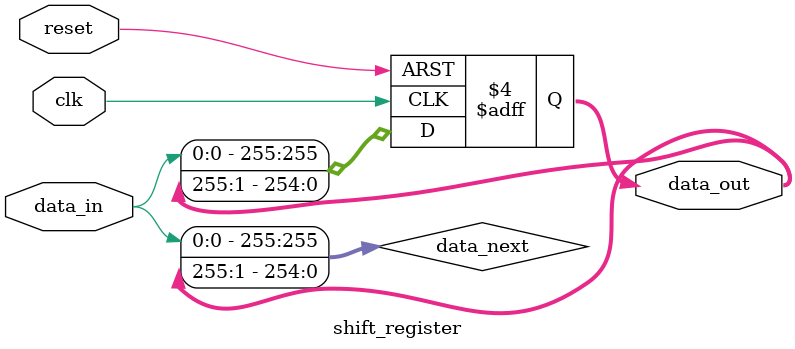
<source format=v>
`timescale 1ns / 1ps


module shift_register
#(
	parameter width = 256
)
(
    input wire clk,
    input wire reset,
    input wire data_in,
    //output wire s_data_out,
    output reg [width-1:0] data_out
);

wire [width-1:0] data_next;

initial begin
    //Set the registers to 0
    data_out <= 0;
end

always @ (posedge clk or negedge reset) begin
    if(reset == 1'b0)begin
        //Set the registers to 0
        data_out <= 0;
    end
    else begin
        //Update our value
        data_out <= data_next;
    end
end

assign data_next = {data_in, data_out[width-1:1]};

//assign s_data_out = data_out[0];

endmodule
</source>
